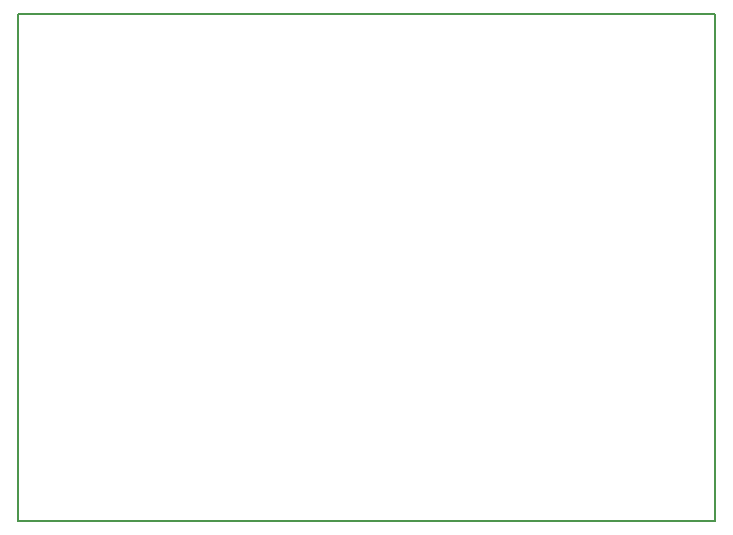
<source format=gko>
G04 DipTrace 2.4.0.2*
%INusbcharger-bluetooth2.GKO*%
%MOIN*%
%ADD11C,0.0055*%
%FSLAX44Y44*%
G04*
G70*
G90*
G75*
G01*
%LNBoardOutline*%
%LPD*%
X0Y0D2*
D11*
X23228D1*
Y16929D1*
X0D1*
Y0D1*
M02*

</source>
